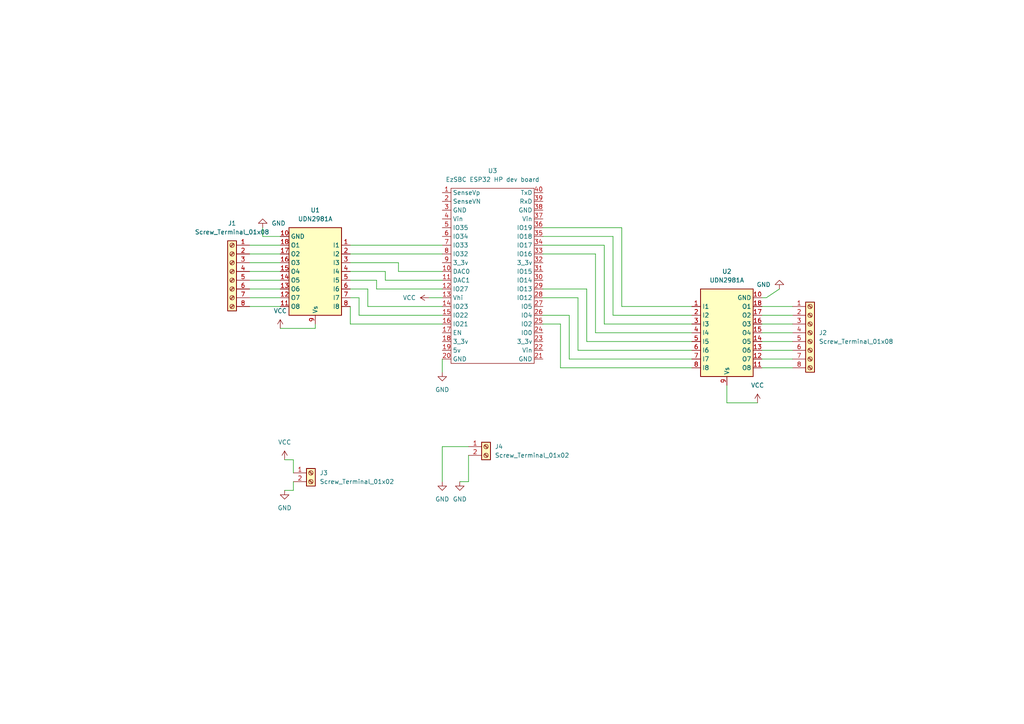
<source format=kicad_sch>
(kicad_sch (version 20211123) (generator eeschema)
  (paper "A4")
  (lib_symbols
    (symbol "Connector:Screw_Terminal_01x02" (pin_names (offset 1.016) hide)
      (property "Reference" "J" (at 0 2.54 0))
      (property "Value" "Screw_Terminal_01x02" (at 0 -5.08 0))
      (symbol "Screw_Terminal_01x02_1_1"
        (rectangle (start -1.27 1.27) (end 1.27 -3.81) (stroke (width 0.254)) (fill (type background)))
        (circle (center 0 -2.54) (radius 0.635) (stroke (width 0.1524)))
        (polyline (pts (xy -0.5334 -2.2098) (xy 0.3302 -3.048)) (stroke (width 0.1524)))
        (polyline (pts (xy -0.5334 0.3302) (xy 0.3302 -0.508)) (stroke (width 0.1524)))
        (polyline (pts (xy -0.3556 -2.032) (xy 0.508 -2.8702)) (stroke (width 0.1524)))
        (polyline (pts (xy -0.3556 0.508) (xy 0.508 -0.3302)) (stroke (width 0.1524)))
        (circle (center 0 0) (radius 0.635) (stroke (width 0.1524)))
        (pin passive line (at -5.08 0 0) (length 3.81) (name "Pin_1") (number "1"))
        (pin passive line (at -5.08 -2.54 0) (length 3.81) (name "Pin_2") (number "2"))
      )
    )
    (symbol "Connector:Screw_Terminal_01x08" (pin_names (offset 1.016) hide)
      (property "Reference" "J" (at 0 10.16 0))
      (property "Value" "Screw_Terminal_01x08" (at 0 -12.7 0))
      (symbol "Screw_Terminal_01x08_1_1"
        (rectangle (start -1.27 8.89) (end 1.27 -11.43) (stroke (width 0.254)) (fill (type background)))
        (circle (center 0 -10.16) (radius 0.635) (stroke (width 0.1524)))
        (circle (center 0 -7.62) (radius 0.635) (stroke (width 0.1524)))
        (circle (center 0 -5.08) (radius 0.635) (stroke (width 0.1524)))
        (circle (center 0 -2.54) (radius 0.635) (stroke (width 0.1524)))
        (polyline (pts (xy -0.5334 -9.8298) (xy 0.3302 -10.668)) (stroke (width 0.1524)))
        (polyline (pts (xy -0.5334 -7.2898) (xy 0.3302 -8.128)) (stroke (width 0.1524)))
        (polyline (pts (xy -0.5334 -4.7498) (xy 0.3302 -5.588)) (stroke (width 0.1524)))
        (polyline (pts (xy -0.5334 -2.2098) (xy 0.3302 -3.048)) (stroke (width 0.1524)))
        (polyline (pts (xy -0.5334 0.3302) (xy 0.3302 -0.508)) (stroke (width 0.1524)))
        (polyline (pts (xy -0.5334 2.8702) (xy 0.3302 2.032)) (stroke (width 0.1524)))
        (polyline (pts (xy -0.5334 5.4102) (xy 0.3302 4.572)) (stroke (width 0.1524)))
        (polyline (pts (xy -0.5334 7.9502) (xy 0.3302 7.112)) (stroke (width 0.1524)))
        (polyline (pts (xy -0.3556 -9.652) (xy 0.508 -10.4902)) (stroke (width 0.1524)))
        (polyline (pts (xy -0.3556 -7.112) (xy 0.508 -7.9502)) (stroke (width 0.1524)))
        (polyline (pts (xy -0.3556 -4.572) (xy 0.508 -5.4102)) (stroke (width 0.1524)))
        (polyline (pts (xy -0.3556 -2.032) (xy 0.508 -2.8702)) (stroke (width 0.1524)))
        (polyline (pts (xy -0.3556 0.508) (xy 0.508 -0.3302)) (stroke (width 0.1524)))
        (polyline (pts (xy -0.3556 3.048) (xy 0.508 2.2098)) (stroke (width 0.1524)))
        (polyline (pts (xy -0.3556 5.588) (xy 0.508 4.7498)) (stroke (width 0.1524)))
        (polyline (pts (xy -0.3556 8.128) (xy 0.508 7.2898)) (stroke (width 0.1524)))
        (circle (center 0 0) (radius 0.635) (stroke (width 0.1524)))
        (circle (center 0 2.54) (radius 0.635) (stroke (width 0.1524)))
        (circle (center 0 5.08) (radius 0.635) (stroke (width 0.1524)))
        (circle (center 0 7.62) (radius 0.635) (stroke (width 0.1524)))
        (pin passive line (at -5.08 7.62 0) (length 3.81) (name "Pin_1") (number "1"))
        (pin passive line (at -5.08 5.08 0) (length 3.81) (name "Pin_2") (number "2"))
        (pin passive line (at -5.08 2.54 0) (length 3.81) (name "Pin_3") (number "3"))
        (pin passive line (at -5.08 0 0) (length 3.81) (name "Pin_4") (number "4"))
        (pin passive line (at -5.08 -2.54 0) (length 3.81) (name "Pin_5") (number "5"))
        (pin passive line (at -5.08 -5.08 0) (length 3.81) (name "Pin_6") (number "6"))
        (pin passive line (at -5.08 -7.62 0) (length 3.81) (name "Pin_7") (number "7"))
        (pin passive line (at -5.08 -10.16 0) (length 3.81) (name "Pin_8") (number "8"))
      )
    )
    (symbol "power:GND" (power) (pin_names (offset 0))
      (property "Value" "GND" (at 0 -3.81 0))
      (symbol "GND_0_1"
        (polyline (pts (xy 0 0) (xy 0 -1.27) (xy 1.27 -1.27) (xy 0 -2.54) (xy -1.27 -1.27) (xy 0 -1.27)))
      )
      (symbol "GND_1_1"
        (pin power_in line (at 0 0 270) (length 0) hide (name "GND") (number "1"))
      )
    )
    (symbol "power:VCC" (power) (pin_names (offset 0))
      (property "Value" "VCC" (at 0 3.81 0))
      (symbol "VCC_0_1"
        (polyline (pts (xy -0.762 1.27) (xy 0 2.54)))
        (polyline (pts (xy 0 0) (xy 0 2.54)))
        (polyline (pts (xy 0 2.54) (xy 0.762 1.27)))
      )
      (symbol "VCC_1_1"
        (pin power_in line (at 0 0 90) (length 0) hide (name "VCC") (number "1"))
      )
    )
    (symbol "tesy_symlib:EzSBC ESP32 HP dev board"
      (property "Reference" "U" (at 11.43 -2.54 0))
      (property "Value" "EzSBC ESP32 HP dev board" (at 11.43 -53.34 0))
      (symbol "EzSBC ESP32 HP dev board_0_1"
        (rectangle (start 0 0) (end 24.13 -50.8))
      )
      (symbol "EzSBC ESP32 HP dev board_1_1"
        (pin unspecified line (at -2.54 -1.27 0) (length 2.54) (name "SenseVp") (number "1"))
        (pin unspecified line (at -2.54 -24.13 0) (length 2.54) (name "DAC0") (number "10"))
        (pin unspecified line (at -2.54 -26.67 0) (length 2.54) (name "DAC1") (number "11"))
        (pin unspecified line (at -2.54 -29.21 0) (length 2.54) (name "IO27") (number "12"))
        (pin unspecified line (at -2.54 -31.75 0) (length 2.54) (name "Vhi") (number "13"))
        (pin unspecified line (at -2.54 -34.29 0) (length 2.54) (name "IO23") (number "14"))
        (pin unspecified line (at -2.54 -36.83 0) (length 2.54) (name "IO22") (number "15"))
        (pin unspecified line (at -2.54 -39.37 0) (length 2.54) (name "IO21") (number "16"))
        (pin unspecified line (at -2.54 -41.91 0) (length 2.54) (name "EN") (number "17"))
        (pin unspecified line (at -2.54 -44.45 0) (length 2.54) (name "3_3v") (number "18"))
        (pin unspecified line (at -2.54 -46.99 0) (length 2.54) (name "5v") (number "19"))
        (pin unspecified line (at -2.54 -3.81 0) (length 2.54) (name "SenseVN") (number "2"))
        (pin unspecified line (at -2.54 -49.53 0) (length 2.54) (name "GND") (number "20"))
        (pin unspecified line (at 26.67 -49.53 180) (length 2.54) (name "GND") (number "21"))
        (pin unspecified line (at 26.67 -46.99 180) (length 2.54) (name "Vin") (number "22"))
        (pin unspecified line (at 26.67 -44.45 180) (length 2.54) (name "3_3v") (number "23"))
        (pin unspecified line (at 26.67 -41.91 180) (length 2.54) (name "IO0") (number "24"))
        (pin unspecified line (at 26.67 -39.37 180) (length 2.54) (name "IO2") (number "25"))
        (pin unspecified line (at 26.67 -36.83 180) (length 2.54) (name "IO4") (number "26"))
        (pin unspecified line (at 26.67 -34.29 180) (length 2.54) (name "IO5") (number "27"))
        (pin unspecified line (at 26.67 -31.75 180) (length 2.54) (name "IO12") (number "28"))
        (pin unspecified line (at 26.67 -29.21 180) (length 2.54) (name "IO13") (number "29"))
        (pin unspecified line (at -2.54 -6.35 0) (length 2.54) (name "GND") (number "3"))
        (pin unspecified line (at 26.67 -26.67 180) (length 2.54) (name "IO14") (number "30"))
        (pin unspecified line (at 26.67 -24.13 180) (length 2.54) (name "IO15") (number "31"))
        (pin unspecified line (at 26.67 -21.59 180) (length 2.54) (name "3_3v") (number "32"))
        (pin unspecified line (at 26.67 -19.05 180) (length 2.54) (name "IO16") (number "33"))
        (pin unspecified line (at 26.67 -16.51 180) (length 2.54) (name "IO17") (number "34"))
        (pin unspecified line (at 26.67 -13.97 180) (length 2.54) (name "IO18") (number "35"))
        (pin unspecified line (at 26.67 -11.43 180) (length 2.54) (name "IO19") (number "36"))
        (pin unspecified line (at 26.67 -8.89 180) (length 2.54) (name "Vin") (number "37"))
        (pin unspecified line (at 26.67 -6.35 180) (length 2.54) (name "GND") (number "38"))
        (pin unspecified line (at 26.67 -3.81 180) (length 2.54) (name "RxD") (number "39"))
        (pin unspecified line (at -2.54 -8.89 0) (length 2.54) (name "Vin") (number "4"))
        (pin unspecified line (at 26.67 -1.27 180) (length 2.54) (name "TxD") (number "40"))
        (pin unspecified line (at -2.54 -11.43 0) (length 2.54) (name "IO35") (number "5"))
        (pin unspecified line (at -2.54 -13.97 0) (length 2.54) (name "IO34") (number "6"))
        (pin unspecified line (at -2.54 -16.51 0) (length 2.54) (name "IO33") (number "7"))
        (pin unspecified line (at -2.54 -19.05 0) (length 2.54) (name "IO32") (number "8"))
        (pin unspecified line (at -2.54 -21.59 0) (length 2.54) (name "3_3v") (number "9"))
      )
    )
    (symbol "tesy_symlib:UDN2981A"
      (property "Reference" "U" (at 0 13.335 0))
      (property "Value" "UDN2981A" (at 0 11.43 0))
      (symbol "UDN2981A_0_1"
        (rectangle (start -7.62 -15.24) (end 7.62 10.16) (stroke (width 0.254)) (fill (type background)))
      )
      (symbol "UDN2981A_1_1"
        (pin input line (at -10.16 5.08 0) (length 2.54) (name "I1") (number "1"))
        (pin passive line (at 10.16 7.62 180) (length 2.54) (name "GND") (number "10"))
        (pin open_collector line (at 10.16 -12.7 180) (length 2.54) (name "O8") (number "11"))
        (pin open_collector line (at 10.16 -10.16 180) (length 2.54) (name "O7") (number "12"))
        (pin open_collector line (at 10.16 -7.62 180) (length 2.54) (name "O6") (number "13"))
        (pin open_collector line (at 10.16 -5.08 180) (length 2.54) (name "O5") (number "14"))
        (pin open_collector line (at 10.16 -2.54 180) (length 2.54) (name "O4") (number "15"))
        (pin open_collector line (at 10.16 0 180) (length 2.54) (name "O3") (number "16"))
        (pin open_collector line (at 10.16 2.54 180) (length 2.54) (name "O2") (number "17"))
        (pin open_collector line (at 10.16 5.08 180) (length 2.54) (name "O1") (number "18"))
        (pin input line (at -10.16 2.54 0) (length 2.54) (name "I2") (number "2"))
        (pin input line (at -10.16 0 0) (length 2.54) (name "I3") (number "3"))
        (pin input line (at -10.16 -2.54 0) (length 2.54) (name "I4") (number "4"))
        (pin input line (at -10.16 -5.08 0) (length 2.54) (name "I5") (number "5"))
        (pin input line (at -10.16 -7.62 0) (length 2.54) (name "I6") (number "6"))
        (pin input line (at -10.16 -10.16 0) (length 2.54) (name "I7") (number "7"))
        (pin input line (at -10.16 -12.7 0) (length 2.54) (name "I8") (number "8"))
        (pin power_in line (at 0 -17.78 90) (length 2.54) (name "Vs") (number "9"))
      )
    )
  )
  (wire (pts (xy 111.76 81.28) (xy 111.76 78.74)))
  (wire (pts (xy 220.98 101.6) (xy 229.87 101.6)))
  (wire (pts (xy 101.6 86.36) (xy 104.14 86.36)))
  (wire (pts (xy 115.57 76.2) (xy 115.57 78.74)))
  (wire (pts (xy 157.48 68.58) (xy 177.8 68.58)))
  (wire (pts (xy 210.82 116.84) (xy 219.71 116.84)))
  (wire (pts (xy 101.6 76.2) (xy 115.57 76.2)))
  (wire (pts (xy 175.26 71.12) (xy 175.26 93.98)))
  (wire (pts (xy 170.18 83.82) (xy 170.18 99.06)))
  (wire (pts (xy 81.28 86.36) (xy 72.39 86.36)))
  (wire (pts (xy 91.44 93.98) (xy 91.44 95.25)))
  (wire (pts (xy 177.8 68.58) (xy 177.8 91.44)))
  (wire (pts (xy 106.68 88.9) (xy 106.68 83.82)))
  (wire (pts (xy 167.64 86.36) (xy 167.64 101.6)))
  (wire (pts (xy 162.56 106.68) (xy 200.66 106.68)))
  (wire (pts (xy 170.18 99.06) (xy 200.66 99.06)))
  (wire (pts (xy 76.2 68.58) (xy 76.2 66.04)))
  (wire (pts (xy 162.56 93.98) (xy 162.56 106.68)))
  (wire (pts (xy 135.89 132.08) (xy 135.89 139.7)))
  (wire (pts (xy 109.22 81.28) (xy 101.6 81.28)))
  (wire (pts (xy 222.25 86.36) (xy 220.98 86.36)))
  (wire (pts (xy 81.28 83.82) (xy 72.39 83.82)))
  (wire (pts (xy 210.82 111.76) (xy 210.82 116.84)))
  (wire (pts (xy 180.34 88.9) (xy 200.66 88.9)))
  (wire (pts (xy 104.14 91.44) (xy 104.14 86.36)))
  (wire (pts (xy 128.27 81.28) (xy 111.76 81.28)))
  (wire (pts (xy 220.98 99.06) (xy 229.87 99.06)))
  (wire (pts (xy 157.48 86.36) (xy 167.64 86.36)))
  (wire (pts (xy 180.34 66.04) (xy 180.34 88.9)))
  (wire (pts (xy 167.64 101.6) (xy 200.66 101.6)))
  (wire (pts (xy 82.55 142.24) (xy 85.09 142.24)))
  (wire (pts (xy 172.72 73.66) (xy 172.72 96.52)))
  (wire (pts (xy 81.28 76.2) (xy 72.39 76.2)))
  (wire (pts (xy 128.27 91.44) (xy 104.14 91.44)))
  (wire (pts (xy 81.28 73.66) (xy 72.39 73.66)))
  (wire (pts (xy 85.09 142.24) (xy 85.09 139.7)))
  (wire (pts (xy 128.27 88.9) (xy 106.68 88.9)))
  (wire (pts (xy 226.06 83.82) (xy 222.25 86.36)))
  (wire (pts (xy 157.48 66.04) (xy 180.34 66.04)))
  (wire (pts (xy 124.46 86.36) (xy 128.27 86.36)))
  (wire (pts (xy 165.1 104.14) (xy 200.66 104.14)))
  (wire (pts (xy 220.98 96.52) (xy 229.87 96.52)))
  (wire (pts (xy 165.1 91.44) (xy 165.1 104.14)))
  (wire (pts (xy 220.98 106.68) (xy 229.87 106.68)))
  (wire (pts (xy 220.98 93.98) (xy 229.87 93.98)))
  (wire (pts (xy 81.28 68.58) (xy 76.2 68.58)))
  (wire (pts (xy 81.28 81.28) (xy 72.39 81.28)))
  (wire (pts (xy 101.6 73.66) (xy 128.27 73.66)))
  (wire (pts (xy 220.98 104.14) (xy 229.87 104.14)))
  (wire (pts (xy 128.27 129.54) (xy 128.27 139.7)))
  (wire (pts (xy 135.89 139.7) (xy 133.35 139.7)))
  (wire (pts (xy 175.26 93.98) (xy 200.66 93.98)))
  (wire (pts (xy 128.27 93.98) (xy 101.6 93.98)))
  (wire (pts (xy 157.48 83.82) (xy 170.18 83.82)))
  (wire (pts (xy 81.28 71.12) (xy 72.39 71.12)))
  (wire (pts (xy 101.6 71.12) (xy 128.27 71.12)))
  (wire (pts (xy 82.55 133.35) (xy 85.09 133.35)))
  (wire (pts (xy 81.28 78.74) (xy 72.39 78.74)))
  (wire (pts (xy 220.98 88.9) (xy 229.87 88.9)))
  (wire (pts (xy 135.89 129.54) (xy 128.27 129.54)))
  (wire (pts (xy 128.27 83.82) (xy 109.22 83.82)))
  (wire (pts (xy 220.98 91.44) (xy 229.87 91.44)))
  (wire (pts (xy 91.44 95.25) (xy 81.28 95.25)))
  (wire (pts (xy 177.8 91.44) (xy 200.66 91.44)))
  (wire (pts (xy 157.48 73.66) (xy 172.72 73.66)))
  (wire (pts (xy 109.22 83.82) (xy 109.22 81.28)))
  (wire (pts (xy 157.48 93.98) (xy 162.56 93.98)))
  (wire (pts (xy 101.6 78.74) (xy 111.76 78.74)))
  (wire (pts (xy 115.57 78.74) (xy 128.27 78.74)))
  (wire (pts (xy 85.09 133.35) (xy 85.09 137.16)))
  (wire (pts (xy 157.48 91.44) (xy 165.1 91.44)))
  (wire (pts (xy 81.28 88.9) (xy 72.39 88.9)))
  (wire (pts (xy 101.6 83.82) (xy 106.68 83.82)))
  (wire (pts (xy 172.72 96.52) (xy 200.66 96.52)))
  (wire (pts (xy 157.48 71.12) (xy 175.26 71.12)))
  (wire (pts (xy 101.6 93.98) (xy 101.6 88.9)))
  (wire (pts (xy 128.27 104.14) (xy 128.27 107.95)))
  (symbol (lib_id "power:GND") (at 128.27 107.95 0) (unit 1)
    (property "Reference" "#PWR0102" (effects hide))
    (property "Value" "GND" (at 128.27 113.03 0))
  )
  (symbol (lib_id "power:GND") (at 82.55 142.24 0) (unit 1)
    (property "Reference" "#PWR0108" (effects hide))
    (property "Value" "GND" (at 82.55 147.32 0))
  )
  (symbol (lib_id "Connector:Screw_Terminal_01x02") (at 90.17 137.16 0) (unit 1)
    (property "Reference" "J3" (at 92.71 137.1599 0) (effects (justify left)))
    (property "Value" "Screw_Terminal_01x02" (at 92.71 139.6999 0) (effects (justify left)))
    (property "Footprint" "Connector_PinHeader_2.54mm:PinHeader_1x02_P2.54mm_Vertical" (effects hide))
  )
  (symbol (lib_id "tesy_symlib:UDN2981A") (at 210.82 93.98 0) (unit 1)
    (property "Reference" "U2" (at 210.82 78.74 0))
    (property "Value" "UDN2981A" (at 210.82 81.28 0))
    (property "Footprint" "Package_DIP:DIP-18_W7.62mm" (effects hide))
  )
  (symbol (lib_id "power:GND") (at 128.27 139.7 0) (unit 1)
    (property "Reference" "#PWR0110" (effects hide))
    (property "Value" "GND" (at 128.27 144.78 0))
  )
  (symbol (lib_id "tesy_symlib:EzSBC ESP32 HP dev board") (at 130.81 54.61 0) (unit 1)
    (property "Reference" "U3" (at 142.875 49.53 0))
    (property "Value" "EzSBC ESP32 HP dev board" (at 142.875 52.07 0))
    (property "Footprint" "Library:40pin 9row" (effects hide))
  )
  (symbol (lib_id "power:VCC") (at 82.55 133.35 0) (unit 1)
    (property "Reference" "#PWR0107" (effects hide))
    (property "Value" "VCC" (at 82.55 128.27 0))
  )
  (symbol (lib_id "Connector:Screw_Terminal_01x08") (at 67.31 78.74 0) (mirror y) (unit 1)
    (property "Reference" "J1" (at 67.31 64.77 0))
    (property "Value" "Screw_Terminal_01x08" (at 67.31 67.31 0))
    (property "Footprint" "digikey-footprints:Term_Block_1x8_P5.08mm" (effects hide))
  )
  (symbol (lib_id "power:VCC") (at 81.28 95.25 0) (mirror y) (unit 1)
    (property "Reference" "#PWR0105" (effects hide))
    (property "Value" "VCC" (at 81.28 90.17 0))
  )
  (symbol (lib_id "tesy_symlib:UDN2981A") (at 91.44 76.2 0) (mirror y) (unit 1)
    (property "Reference" "U1" (at 91.44 60.96 0))
    (property "Value" "UDN2981A" (at 91.44 63.5 0))
    (property "Footprint" "Package_DIP:DIP-18_W7.62mm" (effects hide))
  )
  (symbol (lib_id "Connector:Screw_Terminal_01x02") (at 140.97 129.54 0) (unit 1)
    (property "Reference" "J4" (at 143.51 129.5399 0) (effects (justify left)))
    (property "Value" "Screw_Terminal_01x02" (at 143.51 132.0799 0) (effects (justify left)))
    (property "Footprint" "Connector_PinHeader_2.54mm:PinHeader_1x02_P2.54mm_Vertical" (effects hide))
  )
  (symbol (lib_id "power:VCC") (at 219.71 116.84 0) (unit 1)
    (property "Reference" "#PWR0104" (effects hide))
    (property "Value" "VCC" (at 219.71 111.76 0))
  )
  (symbol (lib_id "Connector:Screw_Terminal_01x08") (at 234.95 96.52 0) (unit 1)
    (property "Reference" "J2" (at 237.49 96.5199 0) (effects (justify left)))
    (property "Value" "Screw_Terminal_01x08" (at 237.49 99.0599 0) (effects (justify left)))
    (property "Footprint" "digikey-footprints:Term_Block_1x8_P5.08mm" (effects hide))
  )
  (symbol (lib_id "power:GND") (at 226.06 83.82 0) (mirror x) (unit 1)
    (property "Reference" "#PWR0103" (effects hide))
    (property "Value" "GND" (at 223.52 82.5499 0) (effects (justify right)))
  )
  (symbol (lib_id "power:GND") (at 133.35 139.7 0) (unit 1)
    (property "Reference" "#PWR0109" (effects hide))
    (property "Value" "GND" (at 133.35 144.78 0))
  )
  (symbol (lib_id "power:GND") (at 76.2 66.04 180) (unit 1)
    (property "Reference" "#PWR0106" (effects hide))
    (property "Value" "GND" (at 78.74 64.7699 0) (effects (justify right)))
  )
  (symbol (lib_id "power:VCC") (at 124.46 86.36 90) (unit 1)
    (property "Reference" "#PWR0101" (effects hide))
    (property "Value" "VCC" (at 120.65 86.3599 90) (effects (justify left)))
  )
)
</source>
